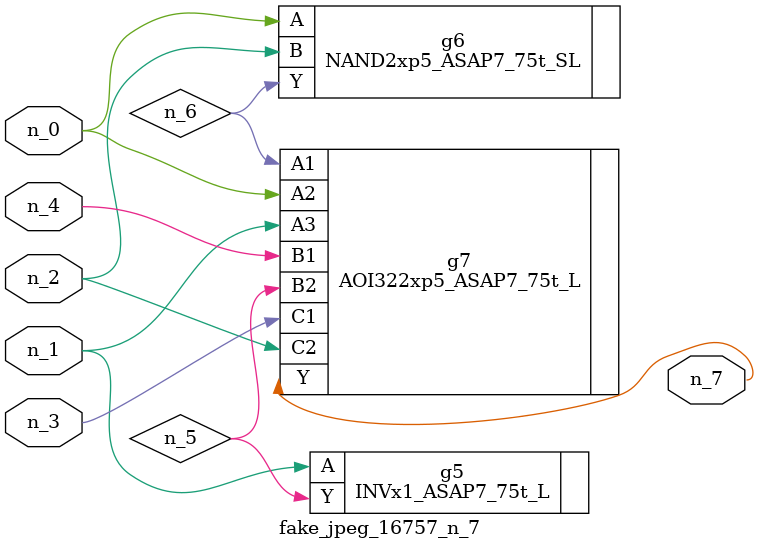
<source format=v>
module fake_jpeg_16757_n_7 (n_3, n_2, n_1, n_0, n_4, n_7);

input n_3;
input n_2;
input n_1;
input n_0;
input n_4;

output n_7;

wire n_6;
wire n_5;

INVx1_ASAP7_75t_L g5 ( 
.A(n_1),
.Y(n_5)
);

NAND2xp5_ASAP7_75t_SL g6 ( 
.A(n_0),
.B(n_2),
.Y(n_6)
);

AOI322xp5_ASAP7_75t_L g7 ( 
.A1(n_6),
.A2(n_0),
.A3(n_1),
.B1(n_4),
.B2(n_5),
.C1(n_3),
.C2(n_2),
.Y(n_7)
);


endmodule
</source>
